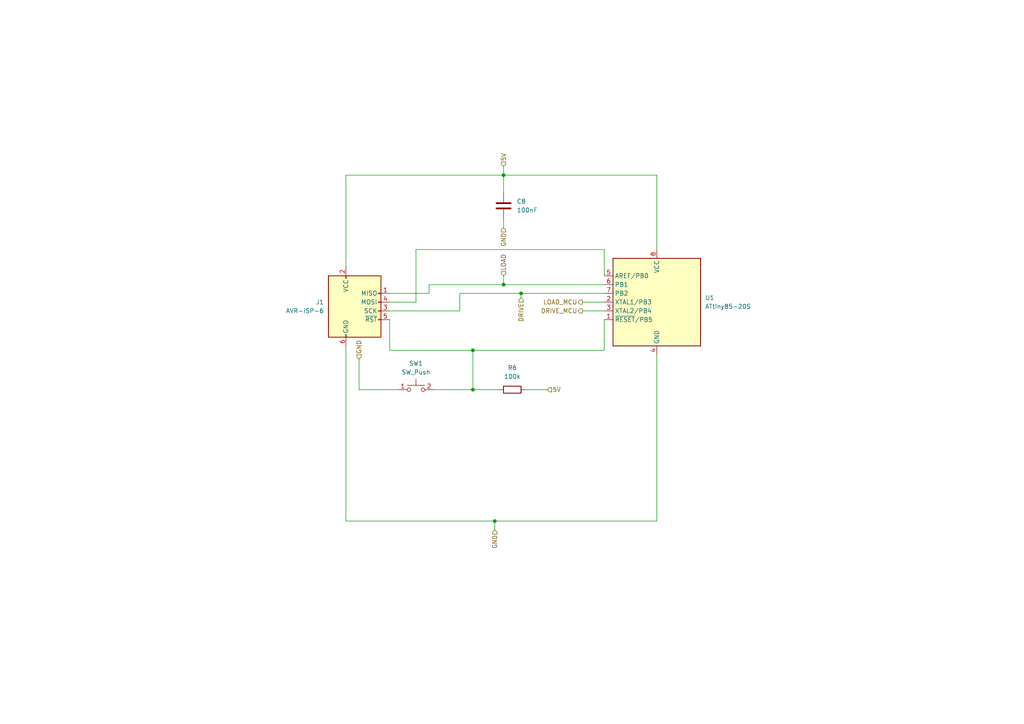
<source format=kicad_sch>
(kicad_sch (version 20211123) (generator eeschema)
  (paper "A4")
  (lib_symbols
    (symbol "Connector:AVR-ISP-6" (pin_names (offset 1.016))
      (property "Reference" "J" (at -6.35 11.43 0))
      (property "Value" "AVR-ISP-6" (at 0 11.43 0))
      (symbol "AVR-ISP-6_0_1"
        (rectangle (start -2.667 -6.858) (end -2.413 -7.62))
        (rectangle (start -2.667 10.16) (end -2.413 9.398))
        (rectangle (start 7.62 -2.413) (end 6.858 -2.667))
        (rectangle (start 7.62 0.127) (end 6.858 -0.127))
        (rectangle (start 7.62 2.667) (end 6.858 2.413))
        (rectangle (start 7.62 5.207) (end 6.858 4.953))
        (rectangle (start 7.62 10.16) (end -7.62 -7.62) (stroke (width 0.254)) (fill (type background)))
      )
      (symbol "AVR-ISP-6_1_1"
        (pin passive line (at 10.16 5.08 180) (length 2.54) (name "MISO") (number "1"))
        (pin passive line (at -2.54 12.7 270) (length 2.54) (name "VCC") (number "2"))
        (pin passive line (at 10.16 0 180) (length 2.54) (name "SCK") (number "3"))
        (pin passive line (at 10.16 2.54 180) (length 2.54) (name "MOSI") (number "4"))
        (pin passive line (at 10.16 -2.54 180) (length 2.54) (name "~{RST}") (number "5"))
        (pin passive line (at -2.54 -10.16 90) (length 2.54) (name "GND") (number "6"))
      )
    )
    (symbol "Device:C" (pin_numbers hide) (pin_names (offset 0.254))
      (property "Reference" "C" (at 0.635 2.54 0))
      (property "Value" "C" (at 0.635 -2.54 0))
      (symbol "C_0_1"
        (polyline (pts (xy -2.032 -0.762) (xy 2.032 -0.762)) (stroke (width 0.508)))
        (polyline (pts (xy -2.032 0.762) (xy 2.032 0.762)) (stroke (width 0.508)))
      )
      (symbol "C_1_1"
        (pin passive line (at 0 3.81 270) (length 2.794) (name "~") (number "1"))
        (pin passive line (at 0 -3.81 90) (length 2.794) (name "~") (number "2"))
      )
    )
    (symbol "Device:R" (pin_numbers hide) (pin_names (offset 0))
      (property "Reference" "R" (at 2.032 0 90))
      (property "Value" "R" (at 0 0 90))
      (symbol "R_0_1"
        (rectangle (start -1.016 -2.54) (end 1.016 2.54) (stroke (width 0.254)))
      )
      (symbol "R_1_1"
        (pin passive line (at 0 3.81 270) (length 1.27) (name "~") (number "1"))
        (pin passive line (at 0 -3.81 90) (length 1.27) (name "~") (number "2"))
      )
    )
    (symbol "Eralp's Library:SW_Push" (pin_names (offset 1.016) hide)
      (property "Reference" "SW" (at 1.27 2.54 0))
      (property "Value" "SW_Push" (at 0 -1.524 0))
      (symbol "SW_Push_0_1"
        (circle (center -2.032 0) (radius 0.508))
        (polyline (pts (xy 0 1.27) (xy 0 3.048)))
        (polyline (pts (xy 2.54 1.27) (xy -2.54 1.27)))
        (circle (center 2.032 0) (radius 0.508))
        (pin passive line (at -5.08 0 0) (length 2.54) (name "1") (number "1"))
        (pin passive line (at 5.08 0 180) (length 2.54) (name "2") (number "2"))
      )
    )
    (symbol "MCU_Microchip_ATtiny:ATtiny85-20S"
      (property "Reference" "U" (at -12.7 13.97 0))
      (property "Value" "ATtiny85-20S" (at 2.54 -13.97 0))
      (symbol "ATtiny85-20S_0_1"
        (rectangle (start -12.7 -12.7) (end 12.7 12.7) (stroke (width 0.254)) (fill (type background)))
      )
      (symbol "ATtiny85-20S_1_1"
        (pin bidirectional line (at 15.24 -5.08 180) (length 2.54) (name "~{RESET}/PB5") (number "1"))
        (pin bidirectional line (at 15.24 0 180) (length 2.54) (name "XTAL1/PB3") (number "2"))
        (pin bidirectional line (at 15.24 -2.54 180) (length 2.54) (name "XTAL2/PB4") (number "3"))
        (pin power_in line (at 0 -15.24 90) (length 2.54) (name "GND") (number "4"))
        (pin bidirectional line (at 15.24 7.62 180) (length 2.54) (name "AREF/PB0") (number "5"))
        (pin bidirectional line (at 15.24 5.08 180) (length 2.54) (name "PB1") (number "6"))
        (pin bidirectional line (at 15.24 2.54 180) (length 2.54) (name "PB2") (number "7"))
        (pin power_in line (at 0 15.24 270) (length 2.54) (name "VCC") (number "8"))
      )
    )
  )
  (junction (at 137.16 113.03))
  (junction (at 151.13 85.09))
  (junction (at 146.05 82.55))
  (junction (at 146.05 50.8))
  (junction (at 143.51 151.13))
  (junction (at 137.16 101.6))
  (wire (pts (xy 175.26 72.39) (xy 175.26 80.01)))
  (wire (pts (xy 113.03 92.71) (xy 113.03 101.6)))
  (wire (pts (xy 104.14 104.14) (xy 104.14 113.03)))
  (wire (pts (xy 190.5 102.87) (xy 190.5 151.13)))
  (wire (pts (xy 151.13 85.09) (xy 175.26 85.09)))
  (wire (pts (xy 151.13 85.09) (xy 151.13 86.36)))
  (wire (pts (xy 100.33 50.8) (xy 146.05 50.8)))
  (wire (pts (xy 113.03 90.17) (xy 133.35 90.17)))
  (wire (pts (xy 146.05 50.8) (xy 146.05 55.88)))
  (wire (pts (xy 137.16 113.03) (xy 144.78 113.03)))
  (wire (pts (xy 143.51 151.13) (xy 190.5 151.13)))
  (wire (pts (xy 133.35 90.17) (xy 133.35 85.09)))
  (wire (pts (xy 113.03 101.6) (xy 137.16 101.6)))
  (wire (pts (xy 100.33 100.33) (xy 100.33 151.13)))
  (wire (pts (xy 168.91 87.63) (xy 175.26 87.63)))
  (wire (pts (xy 100.33 77.47) (xy 100.33 50.8)))
  (wire (pts (xy 113.03 87.63) (xy 120.65 87.63)))
  (wire (pts (xy 113.03 85.09) (xy 124.46 85.09)))
  (wire (pts (xy 137.16 101.6) (xy 175.26 101.6)))
  (wire (pts (xy 143.51 151.13) (xy 143.51 153.67)))
  (wire (pts (xy 120.65 87.63) (xy 120.65 72.39)))
  (wire (pts (xy 146.05 48.26) (xy 146.05 50.8)))
  (wire (pts (xy 104.14 113.03) (xy 115.57 113.03)))
  (wire (pts (xy 152.4 113.03) (xy 158.75 113.03)))
  (wire (pts (xy 146.05 63.5) (xy 146.05 66.04)))
  (wire (pts (xy 133.35 85.09) (xy 151.13 85.09)))
  (wire (pts (xy 124.46 85.09) (xy 124.46 82.55)))
  (wire (pts (xy 146.05 80.01) (xy 146.05 82.55)))
  (wire (pts (xy 175.26 101.6) (xy 175.26 92.71)))
  (wire (pts (xy 137.16 101.6) (xy 137.16 113.03)))
  (wire (pts (xy 146.05 50.8) (xy 190.5 50.8)))
  (wire (pts (xy 190.5 50.8) (xy 190.5 72.39)))
  (wire (pts (xy 125.73 113.03) (xy 137.16 113.03)))
  (wire (pts (xy 120.65 72.39) (xy 175.26 72.39)))
  (wire (pts (xy 124.46 82.55) (xy 146.05 82.55)))
  (wire (pts (xy 168.91 90.17) (xy 175.26 90.17)))
  (wire (pts (xy 146.05 82.55) (xy 175.26 82.55)))
  (wire (pts (xy 100.33 151.13) (xy 143.51 151.13)))
  (hierarchical_label "GND" (shape input) (at 104.14 104.14 90))
  (hierarchical_label "DRIVE_MCU" (shape output) (at 168.91 90.17 180))
  (hierarchical_label "GND" (shape input) (at 143.51 153.67 270))
  (hierarchical_label "LOAD_MCU" (shape output) (at 168.91 87.63 180))
  (hierarchical_label "5V" (shape input) (at 158.75 113.03 0))
  (hierarchical_label "DRIVE" (shape input) (at 151.13 86.36 270))
  (hierarchical_label "GND" (shape input) (at 146.05 66.04 270))
  (hierarchical_label "LOAD" (shape input) (at 146.05 80.01 90))
  (hierarchical_label "5V" (shape input) (at 146.05 48.26 90))
  (symbol (lib_id "MCU_Microchip_ATtiny:ATtiny85-20S") (at 190.5 87.63 0) (mirror y) (unit 1)
    (property "Reference" "U1" (at 204.47 86.3599 0) (effects (justify right)))
    (property "Value" "ATtiny85-20S" (at 204.47 88.8999 0) (effects (justify right)))
    (property "Footprint" "Package_SO:SOIC-8W_5.3x5.3mm_P1.27mm" (effects hide))
    (property "Datasheet" "http://ww1.microchip.com/downloads/en/DeviceDoc/atmel-2586-avr-8-bit-microcontroller-attiny25-attiny45-attiny85_datasheet.pdf" (effects hide))
  )
  (symbol (lib_id "Device:C") (at 146.05 59.69 0) (unit 1)
    (property "Reference" "C8" (at 149.86 58.4199 0) (effects (justify left)))
    (property "Value" "100nF" (at 149.86 60.9599 0) (effects (justify left)))
    (property "Footprint" "Capacitor_SMD:C_0805_2012Metric_Pad1.18x1.45mm_HandSolder" (effects hide))
  )
  (symbol (lib_id "Connector:AVR-ISP-6") (at 102.87 90.17 0) (unit 1)
    (property "Reference" "J1" (at 93.98 87.6299 0) (effects (justify right)))
    (property "Value" "AVR-ISP-6" (at 93.98 90.1699 0) (effects (justify right)))
    (property "Footprint" "Connector_PinHeader_2.00mm:PinHeader_2x03_P2.00mm_Vertical" (effects hide))
    (property "Datasheet" " ~" (effects hide))
  )
  (symbol (lib_id "Device:R") (at 148.59 113.03 90) (unit 1)
    (property "Reference" "R6" (at 148.59 106.68 90))
    (property "Value" "100k" (at 148.59 109.22 90))
    (property "Footprint" "Resistor_SMD:R_0805_2012Metric_Pad1.20x1.40mm_HandSolder" (effects hide))
  )
  (symbol (lib_id "Eralp's Library:SW_Push") (at 120.65 113.03 0) (unit 1)
    (property "Reference" "SW1" (at 120.65 105.41 0))
    (property "Value" "SW_Push" (at 120.65 107.95 0))
    (property "Footprint" "Button_Switch_SMD:13019319" (effects hide))
  )
)
</source>
